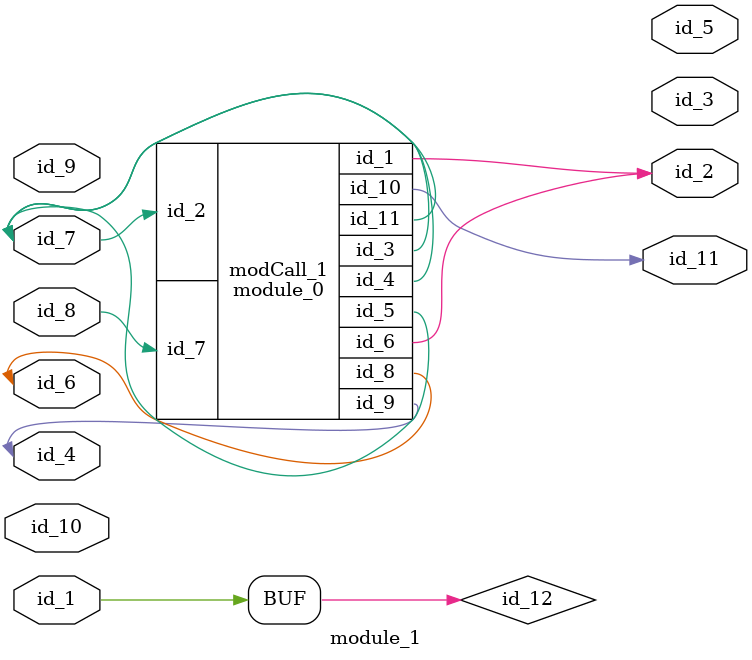
<source format=v>
module module_0 (
    id_1,
    id_2,
    id_3,
    id_4,
    id_5,
    id_6,
    id_7,
    id_8,
    id_9,
    id_10,
    id_11
);
  inout wire id_11;
  output wire id_10;
  inout wire id_9;
  output wire id_8;
  input wire id_7;
  output wire id_6;
  inout wire id_5;
  inout wire id_4;
  inout wire id_3;
  input wire id_2;
  output wire id_1;
  wire id_12;
  wire id_13;
  wire id_14;
endmodule
module module_1 (
    id_1,
    id_2,
    id_3,
    id_4,
    id_5,
    id_6,
    id_7,
    id_8,
    id_9,
    id_10,
    id_11
);
  output wire id_11;
  input wire id_10;
  input wire id_9;
  input wire id_8;
  inout wire id_7;
  inout wire id_6;
  output wire id_5;
  inout wire id_4;
  output wire id_3;
  output wire id_2;
  input wire id_1;
  module_0 modCall_1 (
      id_2,
      id_7,
      id_7,
      id_7,
      id_7,
      id_2,
      id_8,
      id_6,
      id_4,
      id_11,
      id_7
  );
  wire id_12 = id_1;
  wire id_13 = id_13;
endmodule

</source>
